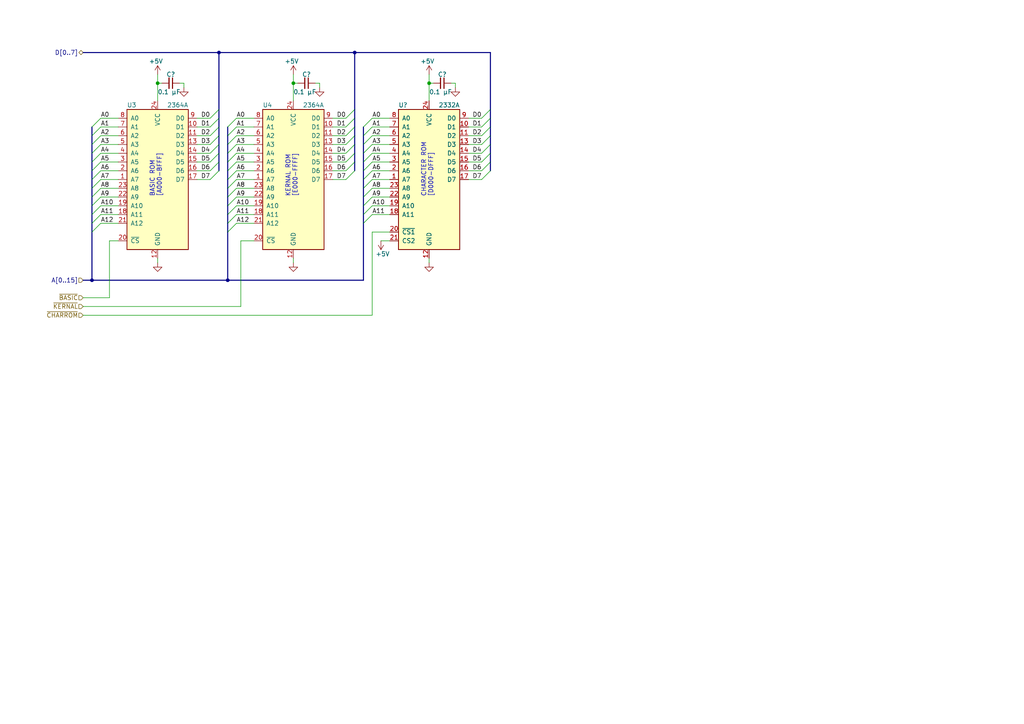
<source format=kicad_sch>
(kicad_sch (version 20231120) (generator "eeschema") (generator_version "8.0")
  (paper "A4")
  (title_block (title "Commodore 64 - ROM Section (schematic #251469)") (date "2019-08-11") (rev "0.2") (company "Commodore Business Machines, Inc.") (comment 1 "Based on C64/C64C Service Manual (1992-03) pp. 31-32 [PN-314001-03]") (comment 4 "KiCad schematic capture by Cumbayah! <cumbayah@subetha.dk>"))
  (lib_symbols
    (symbol "C64B-rescue:+5V-power" (power) (pin_names (offset 0))
      (property "Value" "power_+5V" (at 0 3.556 0))
      (symbol "+5V-power_0_1"
        (polyline (pts (xy -0.762 1.27) (xy 0 2.54)))
        (polyline (pts (xy 0 0) (xy 0 2.54)))
        (polyline (pts (xy 0 2.54) (xy 0.762 1.27)))
      )
      (symbol "+5V-power_1_1"
        (pin power_in line (at 0 0 90) (length 0) hide (name "+5V") (number "1"))
      )
    )
    (symbol "C64B-rescue:GND-power" (power) (pin_names (offset 0))
      (property "Value" "power_GND" (at 0 -3.81 0))
      (symbol "GND-power_0_1"
        (polyline (pts (xy 0 0) (xy 0 -1.27) (xy 1.27 -1.27) (xy 0 -2.54) (xy -1.27 -1.27) (xy 0 -1.27)))
      )
      (symbol "GND-power_1_1"
        (pin power_in line (at 0 0 270) (length 0) hide (name "GND") (number "1"))
      )
    )
    (symbol "Device:C_Small" (pin_numbers hide) (pin_names (offset 0.254) hide)
      (property "Reference" "C" (at 0.254 1.778 0))
      (property "Value" "C_Small" (at 0.254 -2.032 0))
      (symbol "C_Small_0_1"
        (polyline (pts (xy -1.524 -0.508) (xy 1.524 -0.508)) (stroke (width 0.3302)))
        (polyline (pts (xy -1.524 0.508) (xy 1.524 0.508)) (stroke (width 0.3048)))
      )
      (symbol "C_Small_1_1"
        (pin passive line (at 0 2.54 270) (length 2.032) (name "~") (number "1"))
        (pin passive line (at 0 -2.54 90) (length 2.032) (name "~") (number "2"))
      )
    )
    (symbol "Memory_ROM_MOSTechnology:901225-01" (pin_names (offset 1.016))
      (property "Reference" "U" (at -8.89 21.59 0))
      (property "Value" "901225-01" (at 11.43 21.59 0))
      (symbol "901225-01_0_1"
        (rectangle (start 8.89 20.32) (end -8.89 -20.32) (stroke (width 0.254)) (fill (type background)))
      )
      (symbol "901225-01_1_1"
        (pin input line (at -11.43 0 0) (length 2.54) (name "A7") (number "1"))
        (pin tri_state line (at 11.43 15.24 180) (length 2.54) (name "D1") (number "10"))
        (pin tri_state line (at 11.43 12.7 180) (length 2.54) (name "D2") (number "11"))
        (pin power_in line (at 0 -22.86 90) (length 2.54) (name "GND") (number "12"))
        (pin tri_state line (at 11.43 10.16 180) (length 2.54) (name "D3") (number "13"))
        (pin tri_state line (at 11.43 7.62 180) (length 2.54) (name "D4") (number "14"))
        (pin tri_state line (at 11.43 5.08 180) (length 2.54) (name "D5") (number "15"))
        (pin tri_state line (at 11.43 2.54 180) (length 2.54) (name "D6") (number "16"))
        (pin tri_state line (at 11.43 0 180) (length 2.54) (name "D7") (number "17"))
        (pin input line (at -11.43 -10.16 0) (length 2.54) (name "A11") (number "18"))
        (pin input line (at -11.43 -7.62 0) (length 2.54) (name "A10") (number "19"))
        (pin input line (at -11.43 2.54 0) (length 2.54) (name "A6") (number "2"))
        (pin input line (at -11.43 -15.24 0) (length 2.54) (name "~{CS1}") (number "20"))
        (pin input line (at -11.43 -17.78 0) (length 2.54) (name "CS2") (number "21"))
        (pin input line (at -11.43 -5.08 0) (length 2.54) (name "A9") (number "22"))
        (pin input line (at -11.43 -2.54 0) (length 2.54) (name "A8") (number "23"))
        (pin power_in line (at 0 22.86 270) (length 2.54) (name "VCC") (number "24"))
        (pin input line (at -11.43 5.08 0) (length 2.54) (name "A5") (number "3"))
        (pin input line (at -11.43 7.62 0) (length 2.54) (name "A4") (number "4"))
        (pin input line (at -11.43 10.16 0) (length 2.54) (name "A3") (number "5"))
        (pin input line (at -11.43 12.7 0) (length 2.54) (name "A2") (number "6"))
        (pin input line (at -11.43 15.24 0) (length 2.54) (name "A1") (number "7"))
        (pin input line (at -11.43 17.78 0) (length 2.54) (name "A0") (number "8"))
        (pin tri_state line (at 11.43 17.78 180) (length 2.54) (name "D0") (number "9"))
      )
    )
    (symbol "Memory_ROM_MOSTechnology:901226-01" (pin_names (offset 1.016))
      (property "Reference" "U" (at -8.89 21.59 0))
      (property "Value" "901226-01" (at 11.43 21.59 0))
      (symbol "901226-01_0_1"
        (rectangle (start 8.89 20.32) (end -8.89 -20.32) (stroke (width 0.254)) (fill (type background)))
      )
      (symbol "901226-01_1_1"
        (pin input line (at -11.43 0 0) (length 2.54) (name "A7") (number "1"))
        (pin tri_state line (at 11.43 15.24 180) (length 2.54) (name "D1") (number "10"))
        (pin tri_state line (at 11.43 12.7 180) (length 2.54) (name "D2") (number "11"))
        (pin power_in line (at 0 -22.86 90) (length 2.54) (name "GND") (number "12"))
        (pin tri_state line (at 11.43 10.16 180) (length 2.54) (name "D3") (number "13"))
        (pin tri_state line (at 11.43 7.62 180) (length 2.54) (name "D4") (number "14"))
        (pin tri_state line (at 11.43 5.08 180) (length 2.54) (name "D5") (number "15"))
        (pin tri_state line (at 11.43 2.54 180) (length 2.54) (name "D6") (number "16"))
        (pin tri_state line (at 11.43 0 180) (length 2.54) (name "D7") (number "17"))
        (pin input line (at -11.43 -10.16 0) (length 2.54) (name "A11") (number "18"))
        (pin input line (at -11.43 -7.62 0) (length 2.54) (name "A10") (number "19"))
        (pin input line (at -11.43 2.54 0) (length 2.54) (name "A6") (number "2"))
        (pin input line (at -11.43 -17.78 0) (length 2.54) (name "~{CS}") (number "20"))
        (pin input line (at -11.43 -12.7 0) (length 2.54) (name "A12") (number "21"))
        (pin input line (at -11.43 -5.08 0) (length 2.54) (name "A9") (number "22"))
        (pin input line (at -11.43 -2.54 0) (length 2.54) (name "A8") (number "23"))
        (pin power_in line (at 0 22.86 270) (length 2.54) (name "VCC") (number "24"))
        (pin input line (at -11.43 5.08 0) (length 2.54) (name "A5") (number "3"))
        (pin input line (at -11.43 7.62 0) (length 2.54) (name "A4") (number "4"))
        (pin input line (at -11.43 10.16 0) (length 2.54) (name "A3") (number "5"))
        (pin input line (at -11.43 12.7 0) (length 2.54) (name "A2") (number "6"))
        (pin input line (at -11.43 15.24 0) (length 2.54) (name "A1") (number "7"))
        (pin input line (at -11.43 17.78 0) (length 2.54) (name "A0") (number "8"))
        (pin tri_state line (at 11.43 17.78 180) (length 2.54) (name "D0") (number "9"))
      )
    )
    (symbol "Memory_ROM_MOSTechnology:901227-03" (pin_names (offset 1.016))
      (property "Reference" "U" (at -8.89 21.59 0))
      (property "Value" "901227-03" (at 11.43 21.59 0))
      (symbol "901227-03_0_1"
        (rectangle (start 8.89 20.32) (end -8.89 -20.32) (stroke (width 0.254)) (fill (type background)))
      )
      (symbol "901227-03_1_1"
        (pin input line (at -11.43 0 0) (length 2.54) (name "A7") (number "1"))
        (pin tri_state line (at 11.43 15.24 180) (length 2.54) (name "D1") (number "10"))
        (pin tri_state line (at 11.43 12.7 180) (length 2.54) (name "D2") (number "11"))
        (pin power_in line (at 0 -22.86 90) (length 2.54) (name "GND") (number "12"))
        (pin tri_state line (at 11.43 10.16 180) (length 2.54) (name "D3") (number "13"))
        (pin tri_state line (at 11.43 7.62 180) (length 2.54) (name "D4") (number "14"))
        (pin tri_state line (at 11.43 5.08 180) (length 2.54) (name "D5") (number "15"))
        (pin tri_state line (at 11.43 2.54 180) (length 2.54) (name "D6") (number "16"))
        (pin tri_state line (at 11.43 0 180) (length 2.54) (name "D7") (number "17"))
        (pin input line (at -11.43 -10.16 0) (length 2.54) (name "A11") (number "18"))
        (pin input line (at -11.43 -7.62 0) (length 2.54) (name "A10") (number "19"))
        (pin input line (at -11.43 2.54 0) (length 2.54) (name "A6") (number "2"))
        (pin input line (at -11.43 -17.78 0) (length 2.54) (name "~{CS}") (number "20"))
        (pin input line (at -11.43 -12.7 0) (length 2.54) (name "A12") (number "21"))
        (pin input line (at -11.43 -5.08 0) (length 2.54) (name "A9") (number "22"))
        (pin input line (at -11.43 -2.54 0) (length 2.54) (name "A8") (number "23"))
        (pin power_in line (at 0 22.86 270) (length 2.54) (name "VCC") (number "24"))
        (pin input line (at -11.43 5.08 0) (length 2.54) (name "A5") (number "3"))
        (pin input line (at -11.43 7.62 0) (length 2.54) (name "A4") (number "4"))
        (pin input line (at -11.43 10.16 0) (length 2.54) (name "A3") (number "5"))
        (pin input line (at -11.43 12.7 0) (length 2.54) (name "A2") (number "6"))
        (pin input line (at -11.43 15.24 0) (length 2.54) (name "A1") (number "7"))
        (pin input line (at -11.43 17.78 0) (length 2.54) (name "A0") (number "8"))
        (pin tri_state line (at 11.43 17.78 180) (length 2.54) (name "D0") (number "9"))
      )
    )
  )
  (junction (at 102.87 15.24))
  (junction (at 45.72 24.13))
  (junction (at 85.09 24.13))
  (junction (at 124.46 24.13))
  (junction (at 66.04 81.28))
  (junction (at 63.5 15.24))
  (junction (at 26.67 81.28))
  (bus_entry (at 100.33 36.83) (size 2.54 -2.54))
  (bus_entry (at 139.7 44.45) (size 2.54 -2.54))
  (bus_entry (at 139.7 52.07) (size 2.54 -2.54))
  (bus_entry (at 68.58 52.07) (size -2.54 2.54))
  (bus_entry (at 107.95 36.83) (size -2.54 2.54))
  (bus_entry (at 29.21 52.07) (size -2.54 2.54))
  (bus_entry (at 100.33 52.07) (size 2.54 -2.54))
  (bus_entry (at 100.33 46.99) (size 2.54 -2.54))
  (bus_entry (at 68.58 57.15) (size -2.54 2.54))
  (bus_entry (at 60.96 46.99) (size 2.54 -2.54))
  (bus_entry (at 107.95 57.15) (size -2.54 2.54))
  (bus_entry (at 100.33 49.53) (size 2.54 -2.54))
  (bus_entry (at 107.95 46.99) (size -2.54 2.54))
  (bus_entry (at 139.7 36.83) (size 2.54 -2.54))
  (bus_entry (at 60.96 39.37) (size 2.54 -2.54))
  (bus_entry (at 107.95 34.29) (size -2.54 2.54))
  (bus_entry (at 107.95 54.61) (size -2.54 2.54))
  (bus_entry (at 107.95 44.45) (size -2.54 2.54))
  (bus_entry (at 60.96 44.45) (size 2.54 -2.54))
  (bus_entry (at 100.33 34.29) (size 2.54 -2.54))
  (bus_entry (at 139.7 49.53) (size 2.54 -2.54))
  (bus_entry (at 68.58 49.53) (size -2.54 2.54))
  (bus_entry (at 68.58 46.99) (size -2.54 2.54))
  (bus_entry (at 107.95 39.37) (size -2.54 2.54))
  (bus_entry (at 60.96 52.07) (size 2.54 -2.54))
  (bus_entry (at 107.95 59.69) (size -2.54 2.54))
  (bus_entry (at 68.58 62.23) (size -2.54 2.54))
  (bus_entry (at 29.21 57.15) (size -2.54 2.54))
  (bus_entry (at 107.95 49.53) (size -2.54 2.54))
  (bus_entry (at 68.58 64.77) (size -2.54 2.54))
  (bus_entry (at 29.21 62.23) (size -2.54 2.54))
  (bus_entry (at 60.96 49.53) (size 2.54 -2.54))
  (bus_entry (at 60.96 41.91) (size 2.54 -2.54))
  (bus_entry (at 60.96 36.83) (size 2.54 -2.54))
  (bus_entry (at 29.21 59.69) (size -2.54 2.54))
  (bus_entry (at 29.21 41.91) (size -2.54 2.54))
  (bus_entry (at 68.58 39.37) (size -2.54 2.54))
  (bus_entry (at 29.21 39.37) (size -2.54 2.54))
  (bus_entry (at 29.21 46.99) (size -2.54 2.54))
  (bus_entry (at 68.58 41.91) (size -2.54 2.54))
  (bus_entry (at 68.58 36.83) (size -2.54 2.54))
  (bus_entry (at 139.7 34.29) (size 2.54 -2.54))
  (bus_entry (at 100.33 41.91) (size 2.54 -2.54))
  (bus_entry (at 100.33 39.37) (size 2.54 -2.54))
  (bus_entry (at 107.95 41.91) (size -2.54 2.54))
  (bus_entry (at 29.21 44.45) (size -2.54 2.54))
  (bus_entry (at 29.21 36.83) (size -2.54 2.54))
  (bus_entry (at 100.33 44.45) (size 2.54 -2.54))
  (bus_entry (at 139.7 39.37) (size 2.54 -2.54))
  (bus_entry (at 68.58 59.69) (size -2.54 2.54))
  (bus_entry (at 29.21 54.61) (size -2.54 2.54))
  (bus_entry (at 68.58 54.61) (size -2.54 2.54))
  (bus_entry (at 107.95 62.23) (size -2.54 2.54))
  (bus_entry (at 139.7 41.91) (size 2.54 -2.54))
  (bus_entry (at 29.21 34.29) (size -2.54 2.54))
  (bus_entry (at 107.95 52.07) (size -2.54 2.54))
  (bus_entry (at 68.58 34.29) (size -2.54 2.54))
  (bus_entry (at 29.21 49.53) (size -2.54 2.54))
  (bus_entry (at 29.21 64.77) (size -2.54 2.54))
  (bus_entry (at 60.96 34.29) (size 2.54 -2.54))
  (bus_entry (at 68.58 44.45) (size -2.54 2.54))
  (bus_entry (at 139.7 46.99) (size 2.54 -2.54))
  (bus (pts (xy 102.87 31.75) (xy 102.87 34.29)))
  (wire (pts (xy 107.95 41.91) (xy 113.03 41.91)))
  (bus (pts (xy 63.5 34.29) (xy 63.5 36.83)))
  (wire (pts (xy 107.95 34.29) (xy 113.03 34.29)))
  (wire (pts (xy 96.52 46.99) (xy 100.33 46.99)))
  (bus (pts (xy 26.67 36.83) (xy 26.67 39.37)))
  (wire (pts (xy 92.71 24.13) (xy 92.71 25.4)))
  (wire (pts (xy 107.95 46.99) (xy 113.03 46.99)))
  (bus (pts (xy 26.67 62.23) (xy 26.67 64.77)))
  (wire (pts (xy 73.66 34.29) (xy 68.58 34.29)))
  (wire (pts (xy 73.66 41.91) (xy 68.58 41.91)))
  (wire (pts (xy 73.66 36.83) (xy 68.58 36.83)))
  (bus (pts (xy 142.24 15.24) (xy 102.87 15.24)))
  (bus (pts (xy 26.67 46.99) (xy 26.67 49.53)))
  (wire (pts (xy 85.09 24.13) (xy 86.36 24.13)))
  (bus (pts (xy 66.04 59.69) (xy 66.04 62.23)))
  (wire (pts (xy 69.85 69.85) (xy 73.66 69.85)))
  (wire (pts (xy 57.15 46.99) (xy 60.96 46.99)))
  (wire (pts (xy 124.46 74.93) (xy 124.46 76.2)))
  (bus (pts (xy 26.67 54.61) (xy 26.67 57.15)))
  (wire (pts (xy 57.15 52.07) (xy 60.96 52.07)))
  (wire (pts (xy 68.58 54.61) (xy 73.66 54.61)))
  (wire (pts (xy 135.89 44.45) (xy 139.7 44.45)))
  (bus (pts (xy 63.5 46.99) (xy 63.5 49.53)))
  (wire (pts (xy 107.95 62.23) (xy 113.03 62.23)))
  (wire (pts (xy 31.75 69.85) (xy 31.75 86.36)))
  (wire (pts (xy 132.08 24.13) (xy 132.08 25.4)))
  (wire (pts (xy 85.09 29.21) (xy 85.09 24.13)))
  (wire (pts (xy 107.95 67.31) (xy 107.95 91.44)))
  (wire (pts (xy 73.66 57.15) (xy 68.58 57.15)))
  (wire (pts (xy 29.21 46.99) (xy 34.29 46.99)))
  (wire (pts (xy 110.49 69.85) (xy 113.03 69.85)))
  (wire (pts (xy 107.95 44.45) (xy 113.03 44.45)))
  (bus (pts (xy 63.5 31.75) (xy 63.5 34.29)))
  (wire (pts (xy 29.21 41.91) (xy 34.29 41.91)))
  (wire (pts (xy 96.52 36.83) (xy 100.33 36.83)))
  (wire (pts (xy 34.29 69.85) (xy 31.75 69.85)))
  (bus (pts (xy 66.04 64.77) (xy 66.04 67.31)))
  (wire (pts (xy 29.21 62.23) (xy 34.29 62.23)))
  (bus (pts (xy 26.67 41.91) (xy 26.67 44.45)))
  (bus (pts (xy 105.41 57.15) (xy 105.41 59.69)))
  (bus (pts (xy 102.87 15.24) (xy 102.87 31.75)))
  (wire (pts (xy 29.21 57.15) (xy 34.29 57.15)))
  (wire (pts (xy 45.72 24.13) (xy 45.72 21.59)))
  (wire (pts (xy 73.66 39.37) (xy 68.58 39.37)))
  (wire (pts (xy 107.95 36.83) (xy 113.03 36.83)))
  (bus (pts (xy 102.87 36.83) (xy 102.87 39.37)))
  (bus (pts (xy 142.24 36.83) (xy 142.24 39.37)))
  (bus (pts (xy 102.87 39.37) (xy 102.87 41.91)))
  (bus (pts (xy 26.67 59.69) (xy 26.67 62.23)))
  (wire (pts (xy 124.46 29.21) (xy 124.46 24.13)))
  (bus (pts (xy 63.5 44.45) (xy 63.5 46.99)))
  (wire (pts (xy 73.66 64.77) (xy 68.58 64.77)))
  (bus (pts (xy 26.67 49.53) (xy 26.67 52.07)))
  (wire (pts (xy 57.15 34.29) (xy 60.96 34.29)))
  (bus (pts (xy 63.5 41.91) (xy 63.5 44.45)))
  (wire (pts (xy 57.15 39.37) (xy 60.96 39.37)))
  (bus (pts (xy 26.67 81.28) (xy 24.13 81.28)))
  (wire (pts (xy 135.89 39.37) (xy 139.7 39.37)))
  (wire (pts (xy 29.21 59.69) (xy 34.29 59.69)))
  (bus (pts (xy 66.04 81.28) (xy 26.67 81.28)))
  (wire (pts (xy 135.89 46.99) (xy 139.7 46.99)))
  (bus (pts (xy 66.04 54.61) (xy 66.04 57.15)))
  (wire (pts (xy 73.66 46.99) (xy 68.58 46.99)))
  (wire (pts (xy 96.52 44.45) (xy 100.33 44.45)))
  (wire (pts (xy 96.52 39.37) (xy 100.33 39.37)))
  (wire (pts (xy 57.15 41.91) (xy 60.96 41.91)))
  (wire (pts (xy 73.66 62.23) (xy 68.58 62.23)))
  (wire (pts (xy 29.21 54.61) (xy 34.29 54.61)))
  (wire (pts (xy 107.95 49.53) (xy 113.03 49.53)))
  (bus (pts (xy 66.04 44.45) (xy 66.04 46.99)))
  (bus (pts (xy 26.67 67.31) (xy 26.67 81.28)))
  (wire (pts (xy 107.95 54.61) (xy 113.03 54.61)))
  (wire (pts (xy 107.95 52.07) (xy 113.03 52.07)))
  (wire (pts (xy 29.21 52.07) (xy 34.29 52.07)))
  (wire (pts (xy 31.75 86.36) (xy 24.13 86.36)))
  (bus (pts (xy 63.5 39.37) (xy 63.5 41.91)))
  (bus (pts (xy 142.24 15.24) (xy 142.24 31.75)))
  (bus (pts (xy 142.24 39.37) (xy 142.24 41.91)))
  (bus (pts (xy 105.41 41.91) (xy 105.41 44.45)))
  (bus (pts (xy 105.41 52.07) (xy 105.41 54.61)))
  (wire (pts (xy 29.21 34.29) (xy 34.29 34.29)))
  (wire (pts (xy 45.72 29.21) (xy 45.72 24.13)))
  (wire (pts (xy 69.85 69.85) (xy 69.85 88.9)))
  (bus (pts (xy 66.04 41.91) (xy 66.04 44.45)))
  (bus (pts (xy 105.41 81.28) (xy 66.04 81.28)))
  (wire (pts (xy 124.46 24.13) (xy 124.46 21.59)))
  (wire (pts (xy 96.52 34.29) (xy 100.33 34.29)))
  (bus (pts (xy 66.04 67.31) (xy 66.04 81.28)))
  (wire (pts (xy 96.52 52.07) (xy 100.33 52.07)))
  (bus (pts (xy 102.87 44.45) (xy 102.87 46.99)))
  (bus (pts (xy 102.87 34.29) (xy 102.87 36.83)))
  (wire (pts (xy 107.95 39.37) (xy 113.03 39.37)))
  (bus (pts (xy 63.5 15.24) (xy 63.5 31.75)))
  (wire (pts (xy 135.89 34.29) (xy 139.7 34.29)))
  (wire (pts (xy 124.46 24.13) (xy 125.73 24.13)))
  (wire (pts (xy 53.34 24.13) (xy 53.34 25.4)))
  (wire (pts (xy 73.66 49.53) (xy 68.58 49.53)))
  (wire (pts (xy 29.21 36.83) (xy 34.29 36.83)))
  (bus (pts (xy 63.5 36.83) (xy 63.5 39.37)))
  (wire (pts (xy 57.15 36.83) (xy 60.96 36.83)))
  (bus (pts (xy 66.04 39.37) (xy 66.04 41.91)))
  (bus (pts (xy 105.41 54.61) (xy 105.41 57.15)))
  (wire (pts (xy 135.89 49.53) (xy 139.7 49.53)))
  (bus (pts (xy 105.41 62.23) (xy 105.41 64.77)))
  (bus (pts (xy 105.41 36.83) (xy 105.41 39.37)))
  (wire (pts (xy 45.72 24.13) (xy 46.99 24.13)))
  (wire (pts (xy 57.15 49.53) (xy 60.96 49.53)))
  (bus (pts (xy 63.5 15.24) (xy 24.13 15.24)))
  (wire (pts (xy 96.52 41.91) (xy 100.33 41.91)))
  (bus (pts (xy 142.24 41.91) (xy 142.24 44.45)))
  (wire (pts (xy 107.95 67.31) (xy 113.03 67.31)))
  (wire (pts (xy 29.21 44.45) (xy 34.29 44.45)))
  (bus (pts (xy 26.67 39.37) (xy 26.67 41.91)))
  (bus (pts (xy 66.04 46.99) (xy 66.04 49.53)))
  (bus (pts (xy 142.24 31.75) (xy 142.24 34.29)))
  (wire (pts (xy 52.07 24.13) (xy 53.34 24.13)))
  (bus (pts (xy 26.67 52.07) (xy 26.67 54.61)))
  (wire (pts (xy 73.66 52.07) (xy 68.58 52.07)))
  (wire (pts (xy 85.09 24.13) (xy 85.09 21.59)))
  (wire (pts (xy 135.89 52.07) (xy 139.7 52.07)))
  (wire (pts (xy 130.81 24.13) (xy 132.08 24.13)))
  (bus (pts (xy 66.04 36.83) (xy 66.04 39.37)))
  (bus (pts (xy 105.41 46.99) (xy 105.41 49.53)))
  (bus (pts (xy 26.67 57.15) (xy 26.67 59.69)))
  (bus (pts (xy 105.41 39.37) (xy 105.41 41.91)))
  (bus (pts (xy 26.67 44.45) (xy 26.67 46.99)))
  (bus (pts (xy 66.04 52.07) (xy 66.04 54.61)))
  (wire (pts (xy 73.66 59.69) (xy 68.58 59.69)))
  (wire (pts (xy 135.89 36.83) (xy 139.7 36.83)))
  (bus (pts (xy 105.41 59.69) (xy 105.41 62.23)))
  (wire (pts (xy 107.95 57.15) (xy 113.03 57.15)))
  (bus (pts (xy 102.87 41.91) (xy 102.87 44.45)))
  (bus (pts (xy 26.67 64.77) (xy 26.67 67.31)))
  (wire (pts (xy 57.15 44.45) (xy 60.96 44.45)))
  (bus (pts (xy 142.24 46.99) (xy 142.24 49.53)))
  (wire (pts (xy 107.95 59.69) (xy 113.03 59.69)))
  (wire (pts (xy 24.13 91.44) (xy 107.95 91.44)))
  (bus (pts (xy 102.87 46.99) (xy 102.87 49.53)))
  (wire (pts (xy 29.21 49.53) (xy 34.29 49.53)))
  (wire (pts (xy 24.13 88.9) (xy 69.85 88.9)))
  (wire (pts (xy 91.44 24.13) (xy 92.71 24.13)))
  (bus (pts (xy 105.41 44.45) (xy 105.41 46.99)))
  (wire (pts (xy 45.72 74.93) (xy 45.72 76.2)))
  (bus (pts (xy 142.24 44.45) (xy 142.24 46.99)))
  (bus (pts (xy 102.87 15.24) (xy 63.5 15.24)))
  (bus (pts (xy 66.04 49.53) (xy 66.04 52.07)))
  (wire (pts (xy 135.89 41.91) (xy 139.7 41.91)))
  (bus (pts (xy 66.04 57.15) (xy 66.04 59.69)))
  (wire (pts (xy 29.21 39.37) (xy 34.29 39.37)))
  (bus (pts (xy 105.41 49.53) (xy 105.41 52.07)))
  (bus (pts (xy 142.24 34.29) (xy 142.24 36.83)))
  (wire (pts (xy 85.09 74.93) (xy 85.09 76.2)))
  (wire (pts (xy 29.21 64.77) (xy 34.29 64.77)))
  (wire (pts (xy 73.66 44.45) (xy 68.58 44.45)))
  (wire (pts (xy 96.52 49.53) (xy 100.33 49.53)))
  (bus (pts (xy 105.41 64.77) (xy 105.41 81.28)))
  (bus (pts (xy 66.04 62.23) (xy 66.04 64.77)))
  (text "BASIC ROM\n[A000-BFFF]" (at 46.99 57.15 90) (effects (font (size 1.27 1.27)) (justify left bottom)))
  (text "KERNAL ROM\n[E000-FFFF]" (at 86.36 57.15 90) (effects (font (size 1.27 1.27)) (justify left bottom)))
  (text "CHARACTER ROM\n[D000-DFFF]" (at 125.73 57.15 90) (effects (font (size 1.27 1.27)) (justify left bottom)))
  (label "D4" (at 139.7 44.45 180))
  (label "D5" (at 60.96 46.99 180))
  (label "A12" (at 29.21 64.77 0))
  (label "A5" (at 68.58 46.99 0))
  (label "A4" (at 107.95 44.45 0))
  (label "A2" (at 107.95 39.37 0))
  (label "D0" (at 100.33 34.29 180))
  (label "A1" (at 68.58 36.83 0))
  (label "D5" (at 139.7 46.99 180))
  (label "A0" (at 68.58 34.29 0))
  (label "A11" (at 107.95 62.23 0))
  (label "A10" (at 107.95 59.69 0))
  (label "D4" (at 60.96 44.45 180))
  (label "D1" (at 100.33 36.83 180))
  (label "A5" (at 29.21 46.99 0))
  (label "A3" (at 29.21 41.91 0))
  (label "A5" (at 107.95 46.99 0))
  (label "A10" (at 68.58 59.69 0))
  (label "A8" (at 29.21 54.61 0))
  (label "D4" (at 100.33 44.45 180))
  (label "A9" (at 107.95 57.15 0))
  (label "D2" (at 100.33 39.37 180))
  (label "D5" (at 100.33 46.99 180))
  (label "A0" (at 107.95 34.29 0))
  (label "D3" (at 100.33 41.91 180))
  (label "A6" (at 107.95 49.53 0))
  (label "A9" (at 29.21 57.15 0))
  (label "D6" (at 60.96 49.53 180))
  (label "D2" (at 60.96 39.37 180))
  (label "A7" (at 68.58 52.07 0))
  (label "D0" (at 60.96 34.29 180))
  (label "A4" (at 29.21 44.45 0))
  (label "A4" (at 68.58 44.45 0))
  (label "D7" (at 139.7 52.07 180))
  (label "A7" (at 29.21 52.07 0))
  (label "A2" (at 29.21 39.37 0))
  (label "A0" (at 29.21 34.29 0))
  (label "D6" (at 100.33 49.53 180))
  (label "A3" (at 107.95 41.91 0))
  (label "A1" (at 107.95 36.83 0))
  (label "A12" (at 68.58 64.77 0))
  (label "A9" (at 68.58 57.15 0))
  (label "A1" (at 29.21 36.83 0))
  (label "A11" (at 29.21 62.23 0))
  (label "A6" (at 68.58 49.53 0))
  (label "D6" (at 139.7 49.53 180))
  (label "A8" (at 107.95 54.61 0))
  (label "A11" (at 68.58 62.23 0))
  (label "D7" (at 60.96 52.07 180))
  (label "A8" (at 68.58 54.61 0))
  (label "D7" (at 100.33 52.07 180))
  (label "D3" (at 139.7 41.91 180))
  (label "A7" (at 107.95 52.07 0))
  (label "A10" (at 29.21 59.69 0))
  (label "A3" (at 68.58 41.91 0))
  (label "D2" (at 139.7 39.37 180))
  (label "D3" (at 60.96 41.91 180))
  (label "D1" (at 60.96 36.83 180))
  (label "D1" (at 139.7 36.83 180))
  (label "D0" (at 139.7 34.29 180))
  (label "A2" (at 68.58 39.37 0))
  (label "A6" (at 29.21 49.53 0))
  (hierarchical_label "A[0..15]" (shape input) (at 24.13 81.28 180))
  (hierarchical_label "D[0..7]" (shape tri_state) (at 24.13 15.24 180))
  (hierarchical_label "~{KERNAL}" (shape input) (at 24.13 88.9 180))
  (hierarchical_label "~{CHARROM}" (shape input) (at 24.13 91.44 180))
  (hierarchical_label "~{BASIC}" (shape input) (at 24.13 86.36 180))
  (symbol (lib_id "Device:C_Small") (at 49.53 24.13 270) (unit 1)
    (property "Reference" "C?" (at 48.26 21.59 90) (effects (justify left)))
    (property "Value" "0.1 μF" (at 45.72 26.67 90) (effects (justify left)))
    (property "Type" "Ceramic" (effects (hide yes)))
    (property "Voltage Rating" "25V" (effects (hide yes)))
    (instances (project "" (path "" (reference "C?") (unit 1)) (path "" (reference "C4") (unit 1))))
  )
  (symbol (lib_id "C64B-rescue:GND-power") (at 53.34 25.4 0) (unit 1)
    (property "Reference" "#PWR?" (effects (hide yes)))
    (property "Value" "GND" (effects (hide yes)))
    (instances (project "" (path "" (reference "#PWR?") (unit 1)) (path "" (reference "#PWR0199") (unit 1))))
  )
  (symbol (lib_id "C64B-rescue:+5V-power") (at 45.72 21.59 0) (unit 1)
    (property "Reference" "#PWR?" (effects (hide yes)))
    (property "Value" "+5V" (at 43.18 17.78 0) (effects (justify left)))
    (instances (project "" (path "" (reference "#PWR?") (unit 1)) (path "" (reference "#PWR0200") (unit 1))))
  )
  (symbol (lib_id "Device:C_Small") (at 88.9 24.13 270) (unit 1)
    (property "Reference" "C?" (at 87.63 21.59 90) (effects (justify left)))
    (property "Value" "0.1 μF" (at 85.09 26.67 90) (effects (justify left)))
    (property "Type" "Ceramic" (effects (hide yes)))
    (property "Voltage Rating" "25V" (effects (hide yes)))
    (instances (project "" (path "" (reference "C?") (unit 1)) (path "" (reference "C5") (unit 1))))
  )
  (symbol (lib_id "C64B-rescue:GND-power") (at 92.71 25.4 0) (unit 1)
    (property "Reference" "#PWR?" (effects (hide yes)))
    (property "Value" "GND" (effects (hide yes)))
    (instances (project "" (path "" (reference "#PWR?") (unit 1)) (path "" (reference "#PWR0201") (unit 1))))
  )
  (symbol (lib_id "C64B-rescue:+5V-power") (at 85.09 21.59 0) (unit 1)
    (property "Reference" "#PWR?" (effects (hide yes)))
    (property "Value" "+5V" (at 82.55 17.78 0) (effects (justify left)))
    (instances (project "" (path "" (reference "#PWR?") (unit 1)) (path "" (reference "#PWR0203") (unit 1))))
  )
  (symbol (lib_id "Device:C_Small") (at 128.27 24.13 270) (unit 1)
    (property "Reference" "C?" (at 127 21.59 90) (effects (justify left)))
    (property "Value" "0.1 μF" (at 124.46 26.67 90) (effects (justify left)))
    (property "Type" "Ceramic" (effects (hide yes)))
    (property "Voltage Rating" "25V" (effects (hide yes)))
    (instances (project "" (path "" (reference "C?") (unit 1)) (path "" (reference "C6") (unit 1))))
  )
  (symbol (lib_id "C64B-rescue:GND-power") (at 132.08 25.4 0) (unit 1)
    (property "Reference" "#PWR?" (effects (hide yes)))
    (property "Value" "GND" (effects (hide yes)))
    (instances (project "" (path "" (reference "#PWR?") (unit 1)) (path "" (reference "#PWR0231") (unit 1))))
  )
  (symbol (lib_id "C64B-rescue:+5V-power") (at 124.46 21.59 0) (unit 1)
    (property "Reference" "#PWR?" (effects (hide yes)))
    (property "Value" "+5V" (at 121.92 17.78 0) (effects (justify left)))
    (instances (project "" (path "" (reference "#PWR?") (unit 1)) (path "" (reference "#PWR0232") (unit 1))))
  )
  (symbol (lib_id "C64B-rescue:GND-power") (at 45.72 76.2 0) (unit 1)
    (property "Reference" "#PWR?" (effects (hide yes)))
    (property "Value" "GND" (effects (hide yes)))
    (instances (project "" (path "" (reference "#PWR?") (unit 1)) (path "" (reference "#PWR0233") (unit 1))))
  )
  (symbol (lib_id "C64B-rescue:GND-power") (at 85.09 76.2 0) (unit 1)
    (property "Reference" "#PWR?" (effects (hide yes)))
    (property "Value" "GND" (effects (hide yes)))
    (instances (project "" (path "" (reference "#PWR?") (unit 1)) (path "" (reference "#PWR0234") (unit 1))))
  )
  (symbol (lib_id "C64B-rescue:GND-power") (at 124.46 76.2 0) (unit 1)
    (property "Reference" "#PWR?" (effects (hide yes)))
    (property "Value" "GND" (effects (hide yes)))
    (instances (project "" (path "" (reference "#PWR?") (unit 1)) (path "" (reference "#PWR0235") (unit 1))))
  )
  (symbol (lib_id "Memory_ROM_MOSTechnology:901226-01") (at 45.72 52.07 0) (unit 1)
    (property "Reference" "U3" (at 36.83 30.48 0) (effects (justify left)))
    (property "Value" "2364A" (at 54.61 30.48 0) (effects (justify right)))
    (property "Datasheet" "https://archive.org/download/mos_2364_rom_feb_1980/mos_2364_rom_feb_1980.pdf" (effects (hide yes)))
  )
  (symbol (lib_id "Memory_ROM_MOSTechnology:901227-03") (at 85.09 52.07 0) (unit 1)
    (property "Reference" "U4" (at 76.2 30.48 0) (effects (justify left)))
    (property "Value" "2364A" (at 93.98 30.48 0) (effects (justify right)))
    (property "Datasheet" "https://archive.org/download/mos_2364_rom_feb_1980/mos_2364_rom_feb_1980.pdf" (effects (hide yes)))
  )
  (symbol (lib_id "C64B-rescue:+5V-power") (at 110.49 69.85 180) (unit 1)
    (property "Reference" "#PWR?" (effects (hide yes)))
    (property "Value" "+5V" (at 113.03 73.66 0) (effects (justify left)))
    (instances (project "" (path "" (reference "#PWR?") (unit 1)) (path "" (reference "#PWR0236") (unit 1))))
  )
  (symbol (lib_id "Memory_ROM_MOSTechnology:901225-01") (at 124.46 52.07 0) (unit 1)
    (property "Reference" "U5" (at 115.57 30.48 0) (effects (justify left)))
    (property "Value" "2332A" (at 133.35 30.48 0) (effects (justify right)))
    (property "Datasheet" "https://archive.org/download/mos_2332_rom_feb_1980/mos_2332_rom_feb_1980.pdf" (effects (hide yes)))
    (instances (project "" (path "" (reference "U?") (unit 1)) (path "" (reference "U5") (unit 1))))
  )
)
</source>
